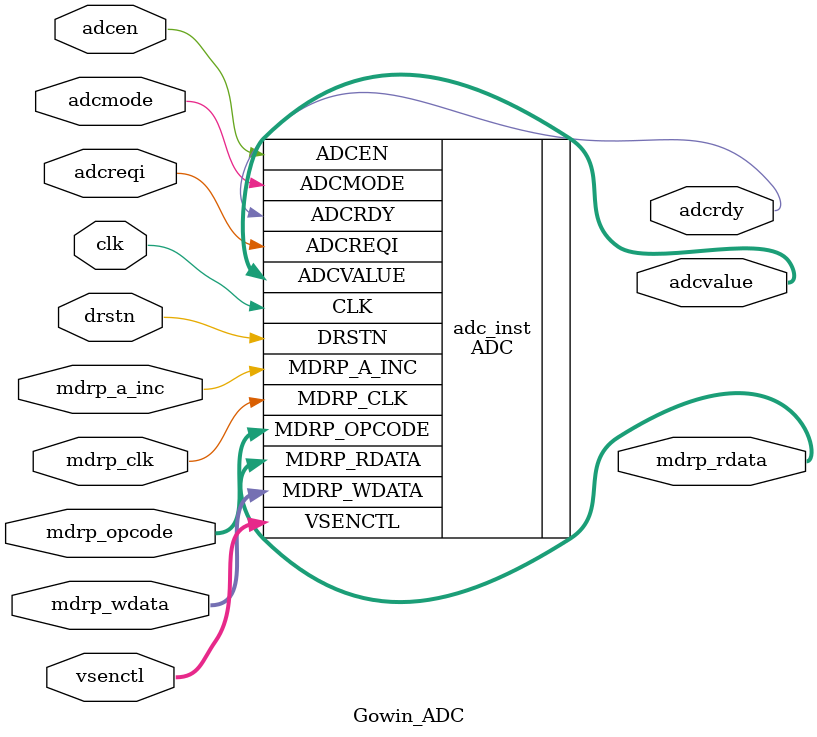
<source format=v>

module Gowin_ADC (adcrdy, adcvalue, mdrp_rdata, vsenctl, adcen, clk, drstn, adcreqi, adcmode, mdrp_clk, mdrp_wdata, mdrp_a_inc, mdrp_opcode);

output adcrdy;
output [13:0] adcvalue;
output [7:0] mdrp_rdata;
input [2:0] vsenctl;
input adcen;
input clk;
input drstn;
input adcreqi;
input adcmode;
input mdrp_clk;
input [7:0] mdrp_wdata;
input mdrp_a_inc;
input [1:0] mdrp_opcode;

ADC adc_inst (
    .ADCRDY(adcrdy),
    .ADCVALUE(adcvalue),
    .MDRP_RDATA(mdrp_rdata),
    .VSENCTL(vsenctl),
    .ADCEN(adcen),
    .CLK(clk),
    .DRSTN(drstn),
    .ADCREQI(adcreqi),
    .ADCMODE(adcmode),
    .MDRP_CLK(mdrp_clk),
    .MDRP_WDATA(mdrp_wdata),
    .MDRP_A_INC(mdrp_a_inc),
    .MDRP_OPCODE(mdrp_opcode)
);

defparam adc_inst.CLK_SEL = 1'b0;
defparam adc_inst.DIV_CTL = 2'd0;
defparam adc_inst.BUF_EN = 12'b010000001001;
defparam adc_inst.BUF_BK0_VREF_EN = 1'b0;
defparam adc_inst.BUF_BK1_VREF_EN = 1'b0;
defparam adc_inst.BUF_BK2_VREF_EN = 1'b0;
defparam adc_inst.BUF_BK3_VREF_EN = 1'b0;
defparam adc_inst.BUF_BK4_VREF_EN = 1'b0;
defparam adc_inst.BUF_BK5_VREF_EN = 1'b0;
defparam adc_inst.BUF_BK6_VREF_EN = 1'b0;
defparam adc_inst.BUF_BK7_VREF_EN = 1'b0;
defparam adc_inst.CSR_ADC_MODE = 1'b1;
defparam adc_inst.CSR_VSEN_CTRL = 3'd0;
defparam adc_inst.CSR_SAMPLE_CNT_SEL = 3'd4;
defparam adc_inst.CSR_RATE_CHANGE_CTRL = 3'd4;
defparam adc_inst.CSR_FSCAL = 10'd653;
defparam adc_inst.CSR_OFFSET = 12'd0;

endmodule //Gowin_ADC

</source>
